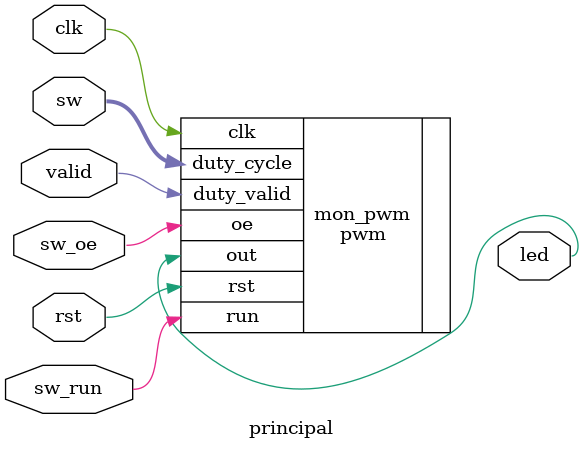
<source format=sv>
`timescale 1ns / 1ps

module principal (
    input logic clk,
    input logic rst,
    input logic sw_run,
    input logic valid,
    input logic sw_oe,
    input logic [7:0] sw,
    output logic led
);

  pwm #(
      .CLK_SCALER(100000),
      .RESET_OUTPUT_STATE(1'b0)
  ) mon_pwm (
      .clk(clk),
      .rst(rst),
      .out(led),
      .oe(sw_oe),
      .duty_cycle(sw),
      .duty_valid(valid),
      .run(sw_run)
  );

  always_ff @(posedge clk) begin

  end

endmodule

</source>
